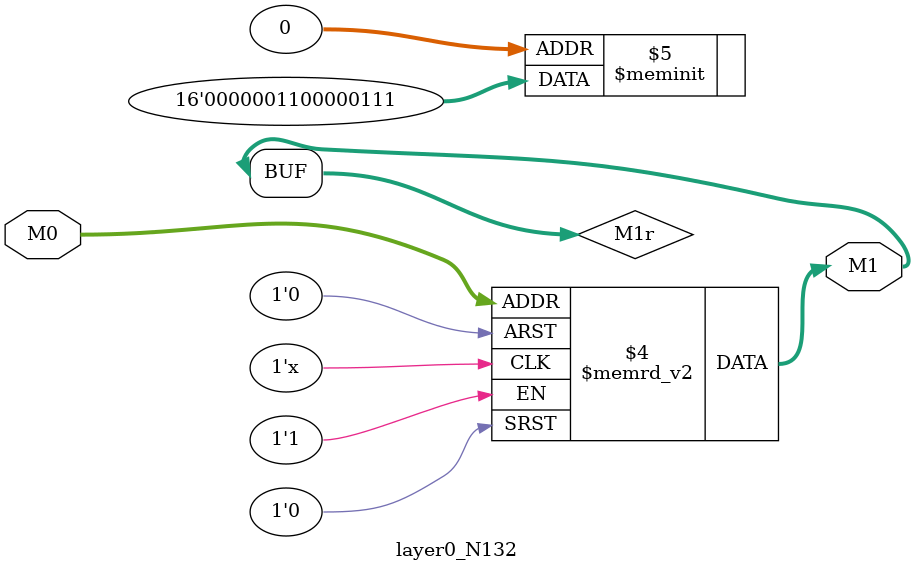
<source format=v>
module layer0_N132 ( input [2:0] M0, output [1:0] M1 );

	(*rom_style = "distributed" *) reg [1:0] M1r;
	assign M1 = M1r;
	always @ (M0) begin
		case (M0)
			3'b000: M1r = 2'b11;
			3'b100: M1r = 2'b11;
			3'b010: M1r = 2'b00;
			3'b110: M1r = 2'b00;
			3'b001: M1r = 2'b01;
			3'b101: M1r = 2'b00;
			3'b011: M1r = 2'b00;
			3'b111: M1r = 2'b00;

		endcase
	end
endmodule

</source>
